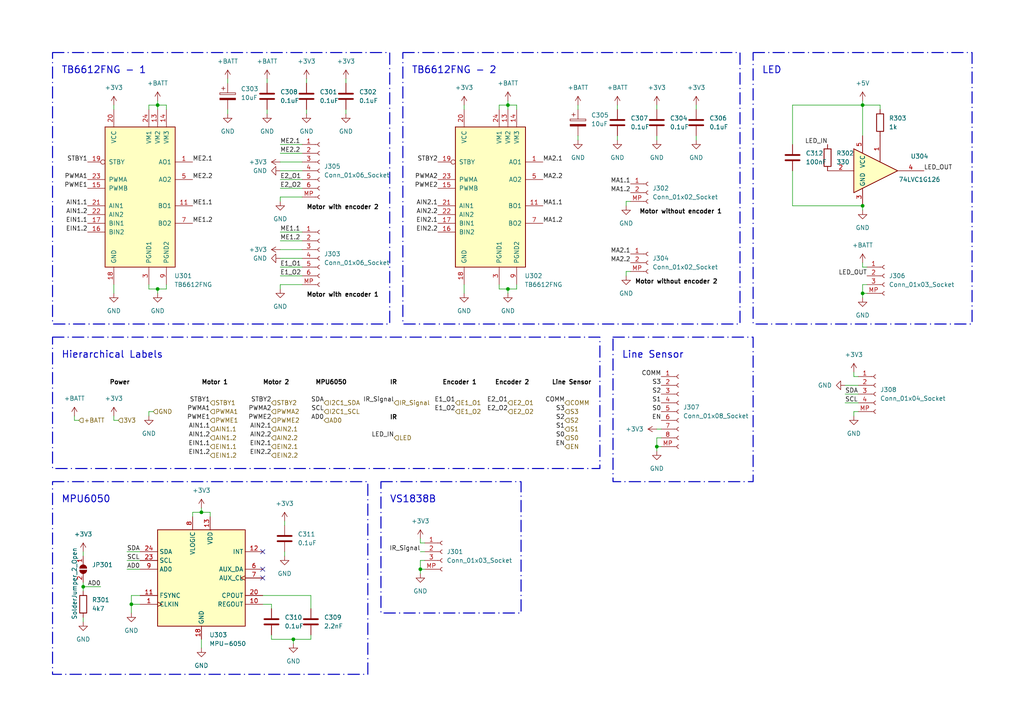
<source format=kicad_sch>
(kicad_sch (version 20230121) (generator eeschema)
  (paper "A4")
  (title_block (title "Peripherals") (date "2024-01-16") (rev "1") (comment 1 "Author: Pedro Henrique Germano Silva"))
  (lib_symbols
    (symbol "74xGxx:74LVC1G126"
      (property "Reference" "U" (at 2.54 7.62 0))
      (property "Value" "74LVC1G126" (at 2.54 -7.62 0))
      (symbol "74LVC1G126_0_1"
        (polyline (pts (xy -7.62 6.35) (xy -7.62 -6.35) (xy 5.08 0) (xy -7.62 6.35)) (stroke (width 0.254)) (fill (type background)))
      )
      (symbol "74LVC1G126_1_1"
        (pin input line (at 0 10.16 270) (length 7.62) (name "~") (number "1"))
        (pin input line (at -15.24 0 0) (length 7.62) (name "~") (number "2"))
        (pin power_in line (at -5.08 -10.16 90) (length 5.08) (name "GND") (number "3"))
        (pin tri_state line (at 12.7 0 180) (length 7.62) (name "~") (number "4"))
        (pin power_in line (at -5.08 10.16 270) (length 5.08) (name "VCC") (number "5"))
      )
    )
    (symbol "Conn_01x03_Socket_1" (pin_names (offset 1.016) hide)
      (property "Reference" "J302" (at 1.27 1.2701 0))
      (property "Value" "Conn_01x02_Socket" (at 1.27 -1.2699 0))
      (symbol "Conn_01x03_Socket_1_1_1"
        (arc (start 0 -2.032) (mid -0.5058 -2.54) (end 0 -3.048) (stroke (width 0.1524)))
        (polyline (pts (xy -1.27 -2.54) (xy -0.508 -2.54)) (stroke (width 0.1524)))
        (polyline (pts (xy -1.27 0) (xy -0.508 0)) (stroke (width 0.1524)))
        (polyline (pts (xy -1.27 2.54) (xy -0.508 2.54)) (stroke (width 0.1524)))
        (arc (start 0 0.508) (mid -0.5058 0) (end 0 -0.508) (stroke (width 0.1524)))
        (arc (start 0 3.048) (mid -0.5058 2.54) (end 0 2.032) (stroke (width 0.1524)))
        (pin passive line (at -5.08 2.54 0) (length 3.81) (name "Pin_1") (number "1"))
        (pin passive line (at -5.08 0 0) (length 3.81) (name "Pin_2") (number "2"))
        (pin passive line (at -5.08 -2.54 0) (length 3.81) (name "Pin_3") (number "MP"))
      )
    )
    (symbol "Conn_01x03_Socket_2" (pin_names (offset 1.016) hide)
      (property "Reference" "J304" (at 1.27 1.2701 0))
      (property "Value" "Conn_01x02_Socket" (at 1.27 -1.2699 0))
      (symbol "Conn_01x03_Socket_2_1_1"
        (arc (start 0 -2.032) (mid -0.5058 -2.54) (end 0 -3.048) (stroke (width 0.1524)))
        (polyline (pts (xy -1.27 -2.54) (xy -0.508 -2.54)) (stroke (width 0.1524)))
        (polyline (pts (xy -1.27 0) (xy -0.508 0)) (stroke (width 0.1524)))
        (polyline (pts (xy -1.27 2.54) (xy -0.508 2.54)) (stroke (width 0.1524)))
        (arc (start 0 0.508) (mid -0.5058 0) (end 0 -0.508) (stroke (width 0.1524)))
        (arc (start 0 3.048) (mid -0.5058 2.54) (end 0 2.032) (stroke (width 0.1524)))
        (pin passive line (at -5.08 2.54 0) (length 3.81) (name "Pin_1") (number "1"))
        (pin passive line (at -5.08 0 0) (length 3.81) (name "Pin_2") (number "2"))
        (pin passive line (at -5.08 -2.54 0) (length 3.81) (name "Pin_3") (number "MP"))
      )
    )
    (symbol "Conn_01x04_Socket_1" (pin_names (offset 1.016) hide)
      (property "Reference" "J306" (at 1.27 0.0001 0))
      (property "Value" "Conn_01x03_Socket" (at 1.27 -2.5399 0))
      (symbol "Conn_01x04_Socket_1_1_1"
        (arc (start 0 -4.572) (mid -0.5058 -5.08) (end 0 -5.588) (stroke (width 0.1524)))
        (arc (start 0 -2.032) (mid -0.5058 -2.54) (end 0 -3.048) (stroke (width 0.1524)))
        (polyline (pts (xy -1.27 -5.08) (xy -0.508 -5.08)) (stroke (width 0.1524)))
        (polyline (pts (xy -1.27 -2.54) (xy -0.508 -2.54)) (stroke (width 0.1524)))
        (polyline (pts (xy -1.27 0) (xy -0.508 0)) (stroke (width 0.1524)))
        (polyline (pts (xy -1.27 2.54) (xy -0.508 2.54)) (stroke (width 0.1524)))
        (arc (start 0 0.508) (mid -0.5058 0) (end 0 -0.508) (stroke (width 0.1524)))
        (arc (start 0 3.048) (mid -0.5058 2.54) (end 0 2.032) (stroke (width 0.1524)))
        (pin passive line (at -5.08 2.54 0) (length 3.81) (name "Pin_1") (number "1"))
        (pin passive line (at -5.08 0 0) (length 3.81) (name "Pin_2") (number "2"))
        (pin passive line (at -5.08 -2.54 0) (length 3.81) (name "Pin_3") (number "3"))
        (pin passive line (at -5.08 -5.08 0) (length 3.81) (name "Pin_4") (number "MP"))
      )
    )
    (symbol "Connector:Conn_01x04_Socket" (pin_names (offset 1.016) hide)
      (property "Reference" "J301" (at 1.27 0.0001 0))
      (property "Value" "Conn_01x03_Socket" (at 1.27 -2.5399 0))
      (symbol "Conn_01x04_Socket_1_1"
        (arc (start 0 -4.572) (mid -0.5058 -5.08) (end 0 -5.588) (stroke (width 0.1524)))
        (arc (start 0 -2.032) (mid -0.5058 -2.54) (end 0 -3.048) (stroke (width 0.1524)))
        (polyline (pts (xy -1.27 -5.08) (xy -0.508 -5.08)) (stroke (width 0.1524)))
        (polyline (pts (xy -1.27 -2.54) (xy -0.508 -2.54)) (stroke (width 0.1524)))
        (polyline (pts (xy -1.27 0) (xy -0.508 0)) (stroke (width 0.1524)))
        (polyline (pts (xy -1.27 2.54) (xy -0.508 2.54)) (stroke (width 0.1524)))
        (arc (start 0 0.508) (mid -0.5058 0) (end 0 -0.508) (stroke (width 0.1524)))
        (arc (start 0 3.048) (mid -0.5058 2.54) (end 0 2.032) (stroke (width 0.1524)))
        (pin passive line (at -5.08 2.54 0) (length 3.81) (name "Pin_1") (number "1"))
        (pin passive line (at -5.08 0 0) (length 3.81) (name "Pin_2") (number "2"))
        (pin passive line (at -5.08 -2.54 0) (length 3.81) (name "Pin_3") (number "3"))
        (pin passive line (at -5.08 -5.08 0) (length 3.81) (name "Pin_4") (number "MP"))
      )
    )
    (symbol "Connector:Conn_01x05_Socket" (pin_names (offset 1.016) hide)
      (property "Reference" "J308" (at 1.27 1.2701 0))
      (property "Value" "Conn_01x05_Socket" (at 1.27 -1.2699 0))
      (symbol "Conn_01x05_Socket_1_1"
        (arc (start 0 -4.572) (mid -0.5058 -5.08) (end 0 -5.588) (stroke (width 0.1524)))
        (arc (start 0 -2.032) (mid -0.5058 -2.54) (end 0 -3.048) (stroke (width 0.1524)))
        (polyline (pts (xy -1.27 -5.08) (xy -0.508 -5.08)) (stroke (width 0.1524)))
        (polyline (pts (xy -1.27 -2.54) (xy -0.508 -2.54)) (stroke (width 0.1524)))
        (polyline (pts (xy -1.27 0) (xy -0.508 0)) (stroke (width 0.1524)))
        (polyline (pts (xy -1.27 2.54) (xy -0.508 2.54)) (stroke (width 0.1524)))
        (polyline (pts (xy -1.27 5.08) (xy -0.508 5.08)) (stroke (width 0.1524)))
        (arc (start 0 0.508) (mid -0.5058 0) (end 0 -0.508) (stroke (width 0.1524)))
        (arc (start 0 3.048) (mid -0.5058 2.54) (end 0 2.032) (stroke (width 0.1524)))
        (arc (start 0 5.588) (mid -0.5058 5.08) (end 0 4.572) (stroke (width 0.1524)))
        (pin passive line (at -5.08 5.08 0) (length 3.81) (name "Pin_1") (number "1"))
        (pin passive line (at -5.08 2.54 0) (length 3.81) (name "Pin_2") (number "2"))
        (pin passive line (at -5.08 0 0) (length 3.81) (name "Pin_3") (number "3"))
        (pin passive line (at -5.08 -2.54 0) (length 3.81) (name "Pin_4") (number "4"))
        (pin passive line (at -5.08 -5.08 0) (length 3.81) (name "Pin_5") (number "MP"))
      )
    )
    (symbol "Connector:Conn_01x07_Socket" (pin_names (offset 1.016) hide)
      (property "Reference" "J303" (at 1.27 1.2701 0))
      (property "Value" "Conn_01x02_Socket" (at 1.27 -1.2699 0))
      (symbol "Conn_01x07_Socket_1_1"
        (arc (start 0 -7.112) (mid -0.5058 -7.62) (end 0 -8.128) (stroke (width 0.1524)))
        (arc (start 0 -4.572) (mid -0.5058 -5.08) (end 0 -5.588) (stroke (width 0.1524)))
        (arc (start 0 -2.032) (mid -0.5058 -2.54) (end 0 -3.048) (stroke (width 0.1524)))
        (polyline (pts (xy -1.27 -7.62) (xy -0.508 -7.62)) (stroke (width 0.1524)))
        (polyline (pts (xy -1.27 -5.08) (xy -0.508 -5.08)) (stroke (width 0.1524)))
        (polyline (pts (xy -1.27 -2.54) (xy -0.508 -2.54)) (stroke (width 0.1524)))
        (polyline (pts (xy -1.27 0) (xy -0.508 0)) (stroke (width 0.1524)))
        (polyline (pts (xy -1.27 2.54) (xy -0.508 2.54)) (stroke (width 0.1524)))
        (polyline (pts (xy -1.27 5.08) (xy -0.508 5.08)) (stroke (width 0.1524)))
        (polyline (pts (xy -1.27 7.62) (xy -0.508 7.62)) (stroke (width 0.1524)))
        (arc (start 0 0.508) (mid -0.5058 0) (end 0 -0.508) (stroke (width 0.1524)))
        (arc (start 0 3.048) (mid -0.5058 2.54) (end 0 2.032) (stroke (width 0.1524)))
        (arc (start 0 5.588) (mid -0.5058 5.08) (end 0 4.572) (stroke (width 0.1524)))
        (arc (start 0 8.128) (mid -0.5058 7.62) (end 0 7.112) (stroke (width 0.1524)))
        (pin passive line (at -5.08 7.62 0) (length 3.81) (name "Pin_1") (number "1"))
        (pin passive line (at -5.08 5.08 0) (length 3.81) (name "Pin_2") (number "2"))
        (pin passive line (at -5.08 2.54 0) (length 3.81) (name "Pin_3") (number "3"))
        (pin passive line (at -5.08 0 0) (length 3.81) (name "Pin_4") (number "4"))
        (pin passive line (at -5.08 -2.54 0) (length 3.81) (name "Pin_5") (number "5"))
        (pin passive line (at -5.08 -5.08 0) (length 3.81) (name "Pin_6") (number "6"))
        (pin passive line (at -5.08 -7.62 0) (length 3.81) (name "Pin_7") (number "MP"))
      )
    )
    (symbol "Connector:Conn_01x09_Socket" (pin_names (offset 1.016) hide)
      (property "Reference" "J307" (at 1.27 1.2701 0))
      (property "Value" "Conn_01x08_Socket" (at 1.27 -1.2699 0))
      (symbol "Conn_01x09_Socket_1_1"
        (arc (start 0 -9.652) (mid -0.5058 -10.16) (end 0 -10.668) (stroke (width 0.1524)))
        (arc (start 0 -7.112) (mid -0.5058 -7.62) (end 0 -8.128) (stroke (width 0.1524)))
        (arc (start 0 -4.572) (mid -0.5058 -5.08) (end 0 -5.588) (stroke (width 0.1524)))
        (arc (start 0 -2.032) (mid -0.5058 -2.54) (end 0 -3.048) (stroke (width 0.1524)))
        (polyline (pts (xy -1.27 -10.16) (xy -0.508 -10.16)) (stroke (width 0.1524)))
        (polyline (pts (xy -1.27 -7.62) (xy -0.508 -7.62)) (stroke (width 0.1524)))
        (polyline (pts (xy -1.27 -5.08) (xy -0.508 -5.08)) (stroke (width 0.1524)))
        (polyline (pts (xy -1.27 -2.54) (xy -0.508 -2.54)) (stroke (width 0.1524)))
        (polyline (pts (xy -1.27 0) (xy -0.508 0)) (stroke (width 0.1524)))
        (polyline (pts (xy -1.27 2.54) (xy -0.508 2.54)) (stroke (width 0.1524)))
        (polyline (pts (xy -1.27 5.08) (xy -0.508 5.08)) (stroke (width 0.1524)))
        (polyline (pts (xy -1.27 7.62) (xy -0.508 7.62)) (stroke (width 0.1524)))
        (polyline (pts (xy -1.27 10.16) (xy -0.508 10.16)) (stroke (width 0.1524)))
        (arc (start 0 0.508) (mid -0.5058 0) (end 0 -0.508) (stroke (width 0.1524)))
        (arc (start 0 3.048) (mid -0.5058 2.54) (end 0 2.032) (stroke (width 0.1524)))
        (arc (start 0 5.588) (mid -0.5058 5.08) (end 0 4.572) (stroke (width 0.1524)))
        (arc (start 0 8.128) (mid -0.5058 7.62) (end 0 7.112) (stroke (width 0.1524)))
        (arc (start 0 10.668) (mid -0.5058 10.16) (end 0 9.652) (stroke (width 0.1524)))
        (pin passive line (at -5.08 10.16 0) (length 3.81) (name "Pin_1") (number "1"))
        (pin passive line (at -5.08 7.62 0) (length 3.81) (name "Pin_2") (number "2"))
        (pin passive line (at -5.08 5.08 0) (length 3.81) (name "Pin_3") (number "3"))
        (pin passive line (at -5.08 2.54 0) (length 3.81) (name "Pin_4") (number "4"))
        (pin passive line (at -5.08 0 0) (length 3.81) (name "Pin_5") (number "5"))
        (pin passive line (at -5.08 -2.54 0) (length 3.81) (name "Pin_6") (number "6"))
        (pin passive line (at -5.08 -5.08 0) (length 3.81) (name "Pin_7") (number "7"))
        (pin passive line (at -5.08 -7.62 0) (length 3.81) (name "Pin_8") (number "8"))
        (pin passive line (at -5.08 -10.16 0) (length 3.81) (name "Pin_9") (number "MP"))
      )
    )
    (symbol "Device:C" (pin_numbers hide) (pin_names (offset 0.254))
      (property "Reference" "C" (at 0.635 2.54 0))
      (property "Value" "C" (at 0.635 -2.54 0))
      (symbol "C_0_1"
        (polyline (pts (xy -2.032 -0.762) (xy 2.032 -0.762)) (stroke (width 0.508)))
        (polyline (pts (xy -2.032 0.762) (xy 2.032 0.762)) (stroke (width 0.508)))
      )
      (symbol "C_1_1"
        (pin passive line (at 0 3.81 270) (length 2.794) (name "~") (number "1"))
        (pin passive line (at 0 -3.81 90) (length 2.794) (name "~") (number "2"))
      )
    )
    (symbol "Device:C_Polarized" (pin_numbers hide) (pin_names (offset 0.254))
      (property "Reference" "C" (at 0.635 2.54 0))
      (property "Value" "C_Polarized" (at 0.635 -2.54 0))
      (symbol "C_Polarized_0_1"
        (rectangle (start -2.286 0.508) (end 2.286 1.016))
        (polyline (pts (xy -1.778 2.286) (xy -0.762 2.286)))
        (polyline (pts (xy -1.27 2.794) (xy -1.27 1.778)))
        (rectangle (start 2.286 -0.508) (end -2.286 -1.016) (fill (type outline)))
      )
      (symbol "C_Polarized_1_1"
        (pin passive line (at 0 3.81 270) (length 2.794) (name "~") (number "1"))
        (pin passive line (at 0 -3.81 90) (length 2.794) (name "~") (number "2"))
      )
    )
    (symbol "Device:R" (pin_numbers hide) (pin_names (offset 0))
      (property "Reference" "R" (at 2.032 0 90))
      (property "Value" "R" (at 0 0 90))
      (symbol "R_0_1"
        (rectangle (start -1.016 -2.54) (end 1.016 2.54) (stroke (width 0.254)))
      )
      (symbol "R_1_1"
        (pin passive line (at 0 3.81 270) (length 1.27) (name "~") (number "1"))
        (pin passive line (at 0 -3.81 90) (length 1.27) (name "~") (number "2"))
      )
    )
    (symbol "Driver_Motor:TB6612FNG" (pin_names (offset 1.016))
      (property "Reference" "U" (at 11.43 17.78 0))
      (property "Value" "TB6612FNG" (at 11.43 15.24 0))
      (symbol "TB6612FNG_0_1"
        (rectangle (start -10.16 20.32) (end 10.16 -20.32) (stroke (width 0.254)) (fill (type background)))
      )
      (symbol "TB6612FNG_1_1"
        (pin output line (at 15.24 10.16 180) (length 5.08) (name "AO1") (number "1"))
        (pin passive line (at 7.62 -25.4 90) (length 5.08) hide (name "PGND2") (number "10"))
        (pin output line (at 15.24 -2.54 180) (length 5.08) (name "BO1") (number "11"))
        (pin passive line (at 15.24 -2.54 180) (length 5.08) hide (name "BO1") (number "12"))
        (pin power_in line (at 5.08 25.4 270) (length 5.08) (name "VM2") (number "13"))
        (pin power_in line (at 7.62 25.4 270) (length 5.08) (name "VM3") (number "14"))
        (pin input line (at -15.24 2.54 0) (length 5.08) (name "PWMB") (number "15"))
        (pin input line (at -15.24 -10.16 0) (length 5.08) (name "BIN2") (number "16"))
        (pin input line (at -15.24 -7.62 0) (length 5.08) (name "BIN1") (number "17"))
        (pin power_in line (at -7.62 -25.4 90) (length 5.08) (name "GND") (number "18"))
        (pin input inverted (at -15.24 10.16 0) (length 5.08) (name "STBY") (number "19"))
        (pin passive line (at 15.24 10.16 180) (length 5.08) hide (name "AO1") (number "2"))
        (pin power_in line (at -7.62 25.4 270) (length 5.08) (name "VCC") (number "20"))
        (pin input line (at -15.24 -2.54 0) (length 5.08) (name "AIN1") (number "21"))
        (pin input line (at -15.24 -5.08 0) (length 5.08) (name "AIN2") (number "22"))
        (pin input line (at -15.24 5.08 0) (length 5.08) (name "PWMA") (number "23"))
        (pin power_in line (at 2.54 25.4 270) (length 5.08) (name "VM1") (number "24"))
        (pin power_in line (at 2.54 -25.4 90) (length 5.08) (name "PGND1") (number "3"))
        (pin passive line (at 2.54 -25.4 90) (length 5.08) hide (name "PGND1") (number "4"))
        (pin output line (at 15.24 5.08 180) (length 5.08) (name "AO2") (number "5"))
        (pin passive line (at 15.24 5.08 180) (length 5.08) hide (name "AO2") (number "6"))
        (pin output line (at 15.24 -7.62 180) (length 5.08) (name "BO2") (number "7"))
        (pin passive line (at 15.24 -7.62 180) (length 5.08) hide (name "BO2") (number "8"))
        (pin power_in line (at 7.62 -25.4 90) (length 5.08) (name "PGND2") (number "9"))
      )
    )
    (symbol "Jumper:SolderJumper_2_Open" (pin_names (offset 0) hide)
      (property "Reference" "JP" (at 0 2.032 0))
      (property "Value" "SolderJumper_2_Open" (at 0 -2.54 0))
      (symbol "SolderJumper_2_Open_0_1"
        (arc (start -0.254 1.016) (mid -1.2656 0) (end -0.254 -1.016))
        (arc (start -0.254 1.016) (mid -1.2656 0) (end -0.254 -1.016) (fill (type outline)))
        (polyline (pts (xy -0.254 1.016) (xy -0.254 -1.016)))
        (polyline (pts (xy 0.254 1.016) (xy 0.254 -1.016)))
        (arc (start 0.254 -1.016) (mid 1.2656 0) (end 0.254 1.016))
        (arc (start 0.254 -1.016) (mid 1.2656 0) (end 0.254 1.016) (fill (type outline)))
      )
      (symbol "SolderJumper_2_Open_1_1"
        (pin passive line (at -3.81 0 0) (length 2.54) (name "A") (number "1"))
        (pin passive line (at 3.81 0 180) (length 2.54) (name "B") (number "2"))
      )
    )
    (symbol "Sensor_Motion:MPU-6050"
      (property "Reference" "U" (at -11.43 13.97 0))
      (property "Value" "MPU-6050" (at 7.62 -15.24 0))
      (symbol "MPU-6050_0_0"
        (text "" (at 12.7 -2.54 0) (effects (font (size 1.27 1.27))))
      )
      (symbol "MPU-6050_0_1"
        (rectangle (start -12.7 13.97) (end 12.7 -13.97) (stroke (width 0.254)) (fill (type background)))
      )
      (symbol "MPU-6050_1_1"
        (pin input clock (at -17.78 -7.62 0) (length 5.08) (name "CLKIN") (number "1"))
        (pin passive line (at 17.78 -7.62 180) (length 5.08) (name "REGOUT") (number "10"))
        (pin input line (at -17.78 -5.08 0) (length 5.08) (name "FSYNC") (number "11"))
        (pin output line (at 17.78 7.62 180) (length 5.08) (name "INT") (number "12"))
        (pin power_in line (at 2.54 17.78 270) (length 3.81) (name "VDD") (number "13"))
        (pin no_connect line (at -12.7 -10.16 0) (length 2.54) hide (name "NC") (number "14"))
        (pin no_connect line (at 12.7 12.7 180) (length 2.54) hide (name "NC") (number "15"))
        (pin no_connect line (at 12.7 10.16 180) (length 2.54) hide (name "NC") (number "16"))
        (pin no_connect line (at 12.7 5.08 180) (length 2.54) hide (name "NC") (number "17"))
        (pin power_in line (at 0 -17.78 90) (length 3.81) (name "GND") (number "18"))
        (pin no_connect line (at 12.7 -10.16 180) (length 2.54) hide (name "RESV") (number "19"))
        (pin no_connect line (at -12.7 12.7 0) (length 2.54) hide (name "NC") (number "2"))
        (pin passive line (at 17.78 -5.08 180) (length 5.08) (name "CPOUT") (number "20"))
        (pin no_connect line (at 12.7 -2.54 180) (length 2.54) hide (name "RESV") (number "21"))
        (pin no_connect line (at 12.7 -12.7 180) (length 2.54) hide (name "RESV") (number "22"))
        (pin input line (at -17.78 5.08 0) (length 5.08) (name "SCL") (number "23"))
        (pin bidirectional line (at -17.78 7.62 0) (length 5.08) (name "SDA") (number "24"))
        (pin no_connect line (at -12.7 10.16 0) (length 2.54) hide (name "NC") (number "3"))
        (pin no_connect line (at -12.7 0 0) (length 2.54) hide (name "NC") (number "4"))
        (pin no_connect line (at -12.7 -2.54 0) (length 2.54) hide (name "NC") (number "5"))
        (pin bidirectional line (at 17.78 2.54 180) (length 5.08) (name "AUX_DA") (number "6"))
        (pin output clock (at 17.78 0 180) (length 5.08) (name "AUX_CL") (number "7"))
        (pin power_in line (at -2.54 17.78 270) (length 3.81) (name "VLOGIC") (number "8"))
        (pin input line (at -17.78 2.54 0) (length 5.08) (name "AD0") (number "9"))
      )
    )
    (symbol "power:+3V3" (power) (pin_names (offset 0))
      (property "Value" "+3V3" (at 0 3.556 0))
      (symbol "+3V3_0_1"
        (polyline (pts (xy -0.762 1.27) (xy 0 2.54)))
        (polyline (pts (xy 0 0) (xy 0 2.54)))
        (polyline (pts (xy 0 2.54) (xy 0.762 1.27)))
      )
      (symbol "+3V3_1_1"
        (pin power_in line (at 0 0 90) (length 0) hide (name "+3V3") (number "1"))
      )
    )
    (symbol "power:+5V" (power) (pin_names (offset 0))
      (property "Value" "+5V" (at 0 3.556 0))
      (symbol "+5V_0_1"
        (polyline (pts (xy -0.762 1.27) (xy 0 2.54)))
        (polyline (pts (xy 0 0) (xy 0 2.54)))
        (polyline (pts (xy 0 2.54) (xy 0.762 1.27)))
      )
      (symbol "+5V_1_1"
        (pin power_in line (at 0 0 90) (length 0) hide (name "+5V") (number "1"))
      )
    )
    (symbol "power:+BATT" (power) (pin_names (offset 0))
      (property "Value" "+BATT" (at 0 3.556 0))
      (symbol "+BATT_0_1"
        (polyline (pts (xy -0.762 1.27) (xy 0 2.54)))
        (polyline (pts (xy 0 0) (xy 0 2.54)))
        (polyline (pts (xy 0 2.54) (xy 0.762 1.27)))
      )
      (symbol "+BATT_1_1"
        (pin power_in line (at 0 0 90) (length 0) hide (name "+BATT") (number "1"))
      )
    )
    (symbol "power:GND" (power) (pin_names (offset 0))
      (property "Value" "GND" (at 0 -3.81 0))
      (symbol "GND_0_1"
        (polyline (pts (xy 0 0) (xy 0 -1.27) (xy 1.27 -1.27) (xy 0 -2.54) (xy -1.27 -1.27) (xy 0 -1.27)))
      )
      (symbol "GND_1_1"
        (pin power_in line (at 0 0 270) (length 0) hide (name "GND") (number "1"))
      )
    )
  )
  (junction (at 147.32 30.48))
  (junction (at 250.19 30.48))
  (junction (at 38.1 175.26))
  (junction (at 45.72 83.82))
  (junction (at 45.72 30.48))
  (junction (at 147.32 83.82))
  (junction (at 58.42 148.59))
  (junction (at 190.5 129.54))
  (junction (at 121.92 165.1))
  (junction (at 250.19 85.09))
  (junction (at 250.19 59.69))
  (junction (at 24.13 170.18))
  (junction (at 85.09 185.42))
  (no_connect (at 76.2 160.02))
  (no_connect (at 76.2 167.64))
  (no_connect (at 76.2 165.1))
  (wire (pts (xy 190.5 124.46) (xy 191.77 124.46)))
  (wire (pts (xy 149.86 82.55) (xy 149.86 83.82)))
  (wire (pts (xy 81.28 54.61) (xy 87.63 54.61)))
  (wire (pts (xy 229.87 59.69) (xy 250.19 59.69)))
  (wire (pts (xy 45.72 30.48) (xy 48.26 30.48)))
  (wire (pts (xy 85.09 185.42) (xy 90.17 185.42)))
  (wire (pts (xy 33.02 82.55) (xy 33.02 85.09)))
  (wire (pts (xy 48.26 83.82) (xy 45.72 83.82)))
  (wire (pts (xy 245.11 111.76) (xy 248.92 111.76)))
  (wire (pts (xy 77.47 31.75) (xy 77.47 33.02)))
  (wire (pts (xy 22.86 121.92) (xy 21.59 121.92)))
  (wire (pts (xy 179.07 39.37) (xy 179.07 40.64)))
  (wire (pts (xy 48.26 30.48) (xy 48.26 31.75)))
  (wire (pts (xy 147.32 29.21) (xy 147.32 30.48)))
  (wire (pts (xy 250.19 77.47) (xy 251.46 77.47)))
  (wire (pts (xy 81.28 72.39) (xy 87.63 72.39)))
  (wire (pts (xy 24.13 160.02) (xy 24.13 161.29)))
  (wire (pts (xy 181.61 78.74) (xy 181.61 80.01)))
  (wire (pts (xy 24.13 170.18) (xy 29.21 170.18)))
  (wire (pts (xy 81.28 67.31) (xy 87.63 67.31)))
  (wire (pts (xy 76.2 172.72) (xy 90.17 172.72)))
  (wire (pts (xy 123.19 157.48) (xy 121.92 157.48)))
  (wire (pts (xy 167.64 39.37) (xy 167.64 40.64)))
  (wire (pts (xy 149.86 30.48) (xy 149.86 31.75)))
  (wire (pts (xy 43.18 30.48) (xy 45.72 30.48)))
  (wire (pts (xy 144.78 82.55) (xy 144.78 83.82)))
  (wire (pts (xy 250.19 30.48) (xy 250.19 39.37)))
  (wire (pts (xy 190.5 39.37) (xy 190.5 40.64)))
  (wire (pts (xy 144.78 83.82) (xy 147.32 83.82)))
  (wire (pts (xy 255.27 30.48) (xy 250.19 30.48)))
  (wire (pts (xy 182.88 78.74) (xy 181.61 78.74)))
  (wire (pts (xy 77.47 22.86) (xy 77.47 24.13)))
  (wire (pts (xy 247.65 109.22) (xy 247.65 107.95)))
  (wire (pts (xy 24.13 168.91) (xy 24.13 170.18)))
  (wire (pts (xy 43.18 31.75) (xy 43.18 30.48)))
  (wire (pts (xy 191.77 127) (xy 190.5 127)))
  (wire (pts (xy 190.5 129.54) (xy 190.5 130.81)))
  (wire (pts (xy 81.28 58.42) (xy 81.28 57.15)))
  (wire (pts (xy 250.19 85.09) (xy 251.46 85.09)))
  (wire (pts (xy 250.19 76.2) (xy 250.19 77.47)))
  (wire (pts (xy 82.55 160.02) (xy 82.55 161.29)))
  (wire (pts (xy 33.02 30.48) (xy 33.02 31.75)))
  (wire (pts (xy 229.87 49.53) (xy 229.87 59.69)))
  (wire (pts (xy 190.5 129.54) (xy 191.77 129.54)))
  (wire (pts (xy 48.26 82.55) (xy 48.26 83.82)))
  (wire (pts (xy 60.96 149.86) (xy 60.96 148.59)))
  (wire (pts (xy 81.28 69.85) (xy 87.63 69.85)))
  (wire (pts (xy 45.72 29.21) (xy 45.72 30.48)))
  (wire (pts (xy 182.88 58.42) (xy 181.61 58.42)))
  (wire (pts (xy 250.19 86.36) (xy 250.19 85.09)))
  (wire (pts (xy 66.04 31.75) (xy 66.04 33.02)))
  (wire (pts (xy 58.42 185.42) (xy 58.42 187.96)))
  (wire (pts (xy 66.04 22.86) (xy 66.04 24.13)))
  (wire (pts (xy 147.32 83.82) (xy 147.32 85.09)))
  (wire (pts (xy 81.28 52.07) (xy 87.63 52.07)))
  (wire (pts (xy 250.19 82.55) (xy 251.46 82.55)))
  (wire (pts (xy 21.59 121.92) (xy 21.59 120.65)))
  (wire (pts (xy 121.92 165.1) (xy 121.92 166.37)))
  (wire (pts (xy 147.32 30.48) (xy 149.86 30.48)))
  (wire (pts (xy 82.55 151.13) (xy 82.55 152.4)))
  (wire (pts (xy 134.62 30.48) (xy 134.62 31.75)))
  (wire (pts (xy 81.28 57.15) (xy 87.63 57.15)))
  (wire (pts (xy 179.07 30.48) (xy 179.07 31.75)))
  (wire (pts (xy 190.5 30.48) (xy 190.5 31.75)))
  (wire (pts (xy 100.33 31.75) (xy 100.33 33.02)))
  (wire (pts (xy 81.28 77.47) (xy 87.63 77.47)))
  (wire (pts (xy 36.83 160.02) (xy 40.64 160.02)))
  (wire (pts (xy 147.32 30.48) (xy 147.32 31.75)))
  (wire (pts (xy 24.13 179.07) (xy 24.13 180.34)))
  (wire (pts (xy 123.19 162.56) (xy 121.92 162.56)))
  (wire (pts (xy 167.64 30.48) (xy 167.64 31.75)))
  (wire (pts (xy 43.18 119.38) (xy 44.45 119.38)))
  (wire (pts (xy 90.17 185.42) (xy 90.17 184.15)))
  (wire (pts (xy 45.72 30.48) (xy 45.72 31.75)))
  (wire (pts (xy 255.27 31.75) (xy 255.27 30.48)))
  (wire (pts (xy 121.92 162.56) (xy 121.92 165.1)))
  (wire (pts (xy 248.92 109.22) (xy 247.65 109.22)))
  (wire (pts (xy 40.64 172.72) (xy 38.1 172.72)))
  (wire (pts (xy 201.93 39.37) (xy 201.93 40.64)))
  (wire (pts (xy 81.28 80.01) (xy 87.63 80.01)))
  (wire (pts (xy 38.1 172.72) (xy 38.1 175.26)))
  (wire (pts (xy 201.93 30.48) (xy 201.93 31.75)))
  (wire (pts (xy 81.28 82.55) (xy 87.63 82.55)))
  (wire (pts (xy 81.28 83.82) (xy 81.28 82.55)))
  (wire (pts (xy 88.9 31.75) (xy 88.9 33.02)))
  (wire (pts (xy 247.65 119.38) (xy 248.92 119.38)))
  (wire (pts (xy 100.33 22.86) (xy 100.33 24.13)))
  (wire (pts (xy 245.11 116.84) (xy 248.92 116.84)))
  (wire (pts (xy 78.74 184.15) (xy 78.74 185.42)))
  (wire (pts (xy 250.19 85.09) (xy 250.19 82.55)))
  (wire (pts (xy 58.42 148.59) (xy 58.42 147.32)))
  (wire (pts (xy 81.28 41.91) (xy 87.63 41.91)))
  (wire (pts (xy 33.02 121.92) (xy 34.29 121.92)))
  (wire (pts (xy 36.83 162.56) (xy 40.64 162.56)))
  (wire (pts (xy 229.87 30.48) (xy 250.19 30.48)))
  (wire (pts (xy 78.74 175.26) (xy 78.74 176.53)))
  (wire (pts (xy 250.19 29.21) (xy 250.19 30.48)))
  (wire (pts (xy 55.88 148.59) (xy 58.42 148.59)))
  (wire (pts (xy 40.64 175.26) (xy 38.1 175.26)))
  (wire (pts (xy 43.18 82.55) (xy 43.18 83.82)))
  (wire (pts (xy 43.18 120.65) (xy 43.18 119.38)))
  (wire (pts (xy 121.92 157.48) (xy 121.92 156.21)))
  (wire (pts (xy 149.86 83.82) (xy 147.32 83.82)))
  (wire (pts (xy 229.87 41.91) (xy 229.87 30.48)))
  (wire (pts (xy 190.5 127) (xy 190.5 129.54)))
  (wire (pts (xy 38.1 175.26) (xy 38.1 177.8)))
  (wire (pts (xy 81.28 74.93) (xy 87.63 74.93)))
  (wire (pts (xy 24.13 170.18) (xy 24.13 171.45)))
  (wire (pts (xy 144.78 31.75) (xy 144.78 30.48)))
  (wire (pts (xy 134.62 82.55) (xy 134.62 85.09)))
  (wire (pts (xy 121.92 160.02) (xy 123.19 160.02)))
  (wire (pts (xy 88.9 22.86) (xy 88.9 24.13)))
  (wire (pts (xy 245.11 114.3) (xy 248.92 114.3)))
  (wire (pts (xy 76.2 175.26) (xy 78.74 175.26)))
  (wire (pts (xy 247.65 120.65) (xy 247.65 119.38)))
  (wire (pts (xy 123.19 165.1) (xy 121.92 165.1)))
  (wire (pts (xy 181.61 58.42) (xy 181.61 59.69)))
  (wire (pts (xy 81.28 44.45) (xy 87.63 44.45)))
  (wire (pts (xy 78.74 185.42) (xy 85.09 185.42)))
  (wire (pts (xy 144.78 30.48) (xy 147.32 30.48)))
  (wire (pts (xy 85.09 185.42) (xy 85.09 186.69)))
  (wire (pts (xy 36.83 165.1) (xy 40.64 165.1)))
  (wire (pts (xy 55.88 149.86) (xy 55.88 148.59)))
  (wire (pts (xy 250.19 60.96) (xy 250.19 59.69)))
  (wire (pts (xy 43.18 83.82) (xy 45.72 83.82)))
  (wire (pts (xy 81.28 49.53) (xy 87.63 49.53)))
  (wire (pts (xy 60.96 148.59) (xy 58.42 148.59)))
  (wire (pts (xy 81.28 46.99) (xy 87.63 46.99)))
  (wire (pts (xy 33.02 120.65) (xy 33.02 121.92)))
  (wire (pts (xy 90.17 172.72) (xy 90.17 176.53)))
  (wire (pts (xy 45.72 83.82) (xy 45.72 85.09)))
  (rectangle (start 218.44 15.24) (end 281.94 93.98) (stroke (width 0.3) (type dash_dot)))
  (rectangle (start 177.8 97.79) (end 218.44 139.7) (stroke (width 0.3) (type dash_dot)))
  (rectangle (start 116.84 15.24) (end 214.63 93.98) (stroke (width 0.3) (type dash_dot)))
  (rectangle (start 15.24 139.7) (end 106.68 195.58) (stroke (width 0.3) (type dash_dot)))
  (rectangle (start 15.24 15.24) (end 113.03 93.98) (stroke (width 0.3) (type dash_dot)))
  (rectangle (start 110.49 139.7) (end 151.13 177.8) (stroke (width 0.3) (type dash_dot)))
  (rectangle (start 15.24 97.79) (end 173.99 135.89) (stroke (width 0.3) (type dash_dot)))
  (text "IR" (at 113.03 111.76 0) (effects (font (size 1.27 1.27) (thickness 0.254) bold) (justify left bottom)))
  (text "MPU6050" (at 17.78 146.05 0) (effects (font (size 2 2) (thickness 0.254) bold) (justify left bottom)))
  (text "Motor without encoder 1" (at 185.42 62.23 0) (effects (font (size 1.27 1.27) (thickness 0.254) bold) (justify left bottom)))
  (text "Line Sensor" (at 180.34 104.14 0) (effects (font (size 2 2) (thickness 0.254) bold) (justify left bottom)))
  (text "IR" (at 113.03 121.92 0) (effects (font (size 1.27 1.27) (thickness 0.254) bold) (justify left bottom)))
  (text "Motor 2" (at 76.2 111.76 0) (effects (font (size 1.27 1.27) (thickness 0.254) bold) (justify left bottom)))
  (text "Hierarchical Labels" (at 17.78 104.14 0) (effects (font (size 2 2) (thickness 0.254) bold) (justify left bottom)))
  (text "Line Sensor" (at 160.02 111.76 0) (effects (font (size 1.27 1.27) (thickness 0.254) bold) (justify left bottom)))
  (text "Motor 1" (at 58.42 111.76 0) (effects (font (size 1.27 1.27) (thickness 0.254) bold) (justify left bottom)))
  (text "Encoder 1" (at 128.27 111.76 0) (effects (font (size 1.27 1.27) (thickness 0.254) bold) (justify left bottom)))
  (text "Motor without encoder 2" (at 184.15 82.55 0) (effects (font (size 1.27 1.27) (thickness 0.254) bold) (justify left bottom)))
  (text "Motor with encoder 2" (at 88.9 60.96 0) (effects (font (size 1.27 1.27) (thickness 0.254) bold) (justify left bottom)))
  (text "TB6612FNG - 2" (at 119.38 21.59 0) (effects (font (size 2 2) (thickness 0.254) bold) (justify left bottom)))
  (text "TB6612FNG - 1" (at 17.78 21.59 0) (effects (font (size 2 2) (thickness 0.254) bold) (justify left bottom)))
  (text "Encoder 2" (at 143.51 111.76 0) (effects (font (size 1.27 1.27) (thickness 0.254) bold) (justify left bottom)))
  (text "Power" (at 31.75 111.76 0) (effects (font (size 1.27 1.27) (thickness 0.254) bold) (justify left bottom)))
  (text "MPU6050" (at 91.44 111.76 0) (effects (font (size 1.27 1.27) (thickness 0.254) bold) (justify left bottom)))
  (text "LED" (at 220.98 21.59 0) (effects (font (size 2 2) (thickness 0.254) bold) (justify left bottom)))
  (text "VS1838B" (at 113.03 146.05 0) (effects (font (size 2 2) (thickness 0.254) bold) (justify left bottom)))
  (text "Motor with encoder 1" (at 88.9 86.36 0) (effects (font (size 1.27 1.27) (thickness 0.254) bold) (justify left bottom)))
  (label "MA1.2" (at 182.88 55.88 180))
  (label "AIN2.1" (at 127 59.69 180))
  (label "S3" (at 163.83 119.38 180))
  (label "SDA" (at 36.83 160.02 0))
  (label "IR_Signal" (at 114.3 116.84 180))
  (label "SCL" (at 93.98 119.38 180))
  (label "SDA" (at 245.11 114.3 0))
  (label "COMM" (at 191.77 109.22 180))
  (label "PWMA2" (at 127 52.07 180))
  (label "COMM" (at 163.83 116.84 180))
  (label "MA2.2" (at 182.88 76.2 180))
  (label "E2_O2" (at 81.28 54.61 0))
  (label "MA2.1" (at 157.48 46.99 0))
  (label "AIN2.2" (at 78.74 127 180))
  (label "E1_O2" (at 81.28 80.01 0))
  (label "PWMA1" (at 60.96 119.38 180))
  (label "SCL" (at 245.11 116.84 0))
  (label "AIN1.2" (at 25.4 62.23 180))
  (label "ME2.1" (at 55.88 46.99 0))
  (label "IR_Signal" (at 121.92 160.02 180))
  (label "EIN2.2" (at 78.74 132.08 180))
  (label "PWME1" (at 60.96 121.92 180))
  (label "ME2.2" (at 55.88 52.07 0))
  (label "PWMA1" (at 25.4 52.07 180))
  (label "STBY1" (at 25.4 46.99 180))
  (label "S2" (at 191.77 114.3 180))
  (label "EN" (at 163.83 129.54 180))
  (label "PWME2" (at 127 54.61 180))
  (label "AD0" (at 36.83 165.1 0))
  (label "LED_IN" (at 240.03 41.91 180))
  (label "ME2.1" (at 81.28 41.91 0))
  (label "PWMA2" (at 78.74 119.38 180))
  (label "STBY1" (at 60.96 116.84 180))
  (label "E2_O1" (at 81.28 52.07 0))
  (label "AIN1.2" (at 60.96 127 180))
  (label "LED_OUT" (at 267.97 49.53 0))
  (label "EIN1.2" (at 60.96 132.08 180))
  (label "E2_O1" (at 147.32 116.84 180))
  (label "E2_O2" (at 147.32 119.38 180))
  (label "LED_IN" (at 114.3 127 180))
  (label "S1" (at 191.77 116.84 180))
  (label "SCL" (at 36.83 162.56 0))
  (label "STBY2" (at 127 46.99 180))
  (label "AIN2.1" (at 78.74 124.46 180))
  (label "AD0" (at 93.98 121.92 180))
  (label "STBY2" (at 78.74 116.84 180))
  (label "E1_O2" (at 132.08 119.38 180))
  (label "SDA" (at 93.98 116.84 180))
  (label "EIN1.1" (at 60.96 129.54 180))
  (label "MA2.1" (at 182.88 73.66 180))
  (label "S0" (at 191.77 119.38 180))
  (label "S3" (at 191.77 111.76 180))
  (label "MA1.2" (at 157.48 64.77 0))
  (label "EN" (at 191.77 121.92 180))
  (label "EIN1.1" (at 25.4 64.77 180))
  (label "MA1.1" (at 157.48 59.69 0))
  (label "ME1.1" (at 81.28 67.31 0))
  (label "EIN2.2" (at 127 67.31 180))
  (label "S0" (at 163.83 127 180))
  (label "E1_O1" (at 132.08 116.84 180))
  (label "EIN1.2" (at 25.4 67.31 180))
  (label "LED_OUT" (at 251.46 80.01 180))
  (label "PWME2" (at 78.74 121.92 180))
  (label "AIN1.1" (at 25.4 59.69 180))
  (label "PWME1" (at 25.4 54.61 180))
  (label "EIN2.1" (at 78.74 129.54 180))
  (label "S2" (at 163.83 121.92 180))
  (label "AIN2.2" (at 127 62.23 180))
  (label "ME2.2" (at 81.28 44.45 0))
  (label "AIN1.1" (at 60.96 124.46 180))
  (label "ME1.2" (at 81.28 69.85 0))
  (label "AD0" (at 29.21 170.18 180))
  (label "MA1.1" (at 182.88 53.34 180))
  (label "MA2.2" (at 157.48 52.07 0))
  (label "S1" (at 163.83 124.46 180))
  (label "EIN2.1" (at 127 64.77 180))
  (label "ME1.1" (at 55.88 59.69 0))
  (label "ME1.2" (at 55.88 64.77 0))
  (label "E1_O1" (at 81.28 77.47 0))
  (hierarchical_label "E2_O1" (shape input) (at 147.32 116.84 0))
  (hierarchical_label "AIN1.2" (shape input) (at 60.96 127 0))
  (hierarchical_label "PWME2" (shape input) (at 78.74 121.92 0))
  (hierarchical_label "EIN1.1" (shape input) (at 60.96 129.54 0))
  (hierarchical_label "I2C1_SDA" (shape input) (at 93.98 116.84 0))
  (hierarchical_label "LED" (shape input) (at 114.3 127 0))
  (hierarchical_label "AIN1.1" (shape input) (at 60.96 124.46 0))
  (hierarchical_label "E2_O2" (shape input) (at 147.32 119.38 0))
  (hierarchical_label "EIN1.2" (shape input) (at 60.96 132.08 0))
  (hierarchical_label "PWMA1" (shape input) (at 60.96 119.38 0))
  (hierarchical_label "PWME1" (shape input) (at 60.96 121.92 0))
  (hierarchical_label "COMM" (shape input) (at 163.83 116.84 0))
  (hierarchical_label "I2C1_SCL" (shape input) (at 93.98 119.38 0))
  (hierarchical_label "GND" (shape input) (at 44.45 119.38 0))
  (hierarchical_label "E1_O2" (shape input) (at 132.08 119.38 0))
  (hierarchical_label "+BATT" (shape input) (at 22.86 121.92 0))
  (hierarchical_label "EIN2.2" (shape input) (at 78.74 132.08 0))
  (hierarchical_label "IR_Signal" (shape input) (at 114.3 116.84 0))
  (hierarchical_label "AIN2.1" (shape input) (at 78.74 124.46 0))
  (hierarchical_label "S2" (shape input) (at 163.83 121.92 0))
  (hierarchical_label "EIN2.1" (shape input) (at 78.74 129.54 0))
  (hierarchical_label "AIN2.2" (shape input) (at 78.74 127 0))
  (hierarchical_label "STBY2" (shape input) (at 78.74 116.84 0))
  (hierarchical_label "AD0" (shape input) (at 93.98 121.92 0))
  (hierarchical_label "3V3" (shape input) (at 34.29 121.92 0))
  (hierarchical_label "S1" (shape input) (at 163.83 124.46 0))
  (hierarchical_label "S0" (shape input) (at 163.83 127 0))
  (hierarchical_label "E1_O1" (shape input) (at 132.08 116.84 0))
  (hierarchical_label "PWMA2" (shape input) (at 78.74 119.38 0))
  (hierarchical_label "STBY1" (shape input) (at 60.96 116.84 0))
  (hierarchical_label "S3" (shape input) (at 163.83 119.38 0))
  (hierarchical_label "EN" (shape input) (at 163.83 129.54 0))
  (symbol (lib_id "power:GND") (at 147.32 85.09 0) (unit 1)
    (property "Reference" "#PWR0316" (effects hide))
    (property "Value" "GND" (at 147.32 90.17 0))
  )
  (symbol (lib_id "Device:R") (at 24.13 175.26 0) (unit 1)
    (property "Reference" "R301" (at 26.67 173.9899 0) (effects (justify left)))
    (property "Value" "4k7" (at 26.67 176.5299 0) (effects (justify left)))
    (property "Footprint" "Resistor_SMD:R_0805_2012Metric" (effects hide))
    (property "LCSC" "C17673" (effects hide))
  )
  (symbol (lib_id "power:GND") (at 167.64 40.64 0) (unit 1)
    (property "Reference" "#PWR0320" (effects hide))
    (property "Value" "GND" (at 167.64 45.72 0))
  )
  (symbol (lib_id "power:GND") (at 179.07 40.64 0) (unit 1)
    (property "Reference" "#PWR0324" (effects hide))
    (property "Value" "GND" (at 179.07 45.72 0))
  )
  (symbol (lib_id "power:+3V3") (at 134.62 30.48 0) (unit 1)
    (property "Reference" "#PWR0313" (effects hide))
    (property "Value" "+3V3" (at 134.62 25.4 0))
  )
  (symbol (lib_id "power:GND") (at 38.1 177.8 0) (unit 1)
    (property "Reference" "#PWR0335" (effects hide))
    (property "Value" "GND" (at 38.1 182.88 0))
  )
  (symbol (lib_id "Sensor_Motion:MPU-6050") (at 58.42 167.64 0) (unit 1)
    (property "Reference" "U303" (at 60.7136 184.15 0) (effects (justify left)))
    (property "Value" "MPU-6050" (at 60.7136 186.69 0) (effects (justify left)))
    (property "Footprint" "Sensor_Motion:InvenSense_QFN-24_4x4mm_P0.5mm" (effects hide))
    (property "Datasheet" "https://invensense.tdk.com/wp-content/uploads/2015/02/MPU-6000-Datasheet1.pdf" (effects hide))
    (property "LCSC" "C24112" (effects hide))
  )
  (symbol (lib_id "74xGxx:74LVC1G126") (at 255.27 49.53 0) (unit 1)
    (property "Reference" "U304" (at 266.7 45.339 0))
    (property "Value" "74LVC1G126" (at 266.7 52.07 0))
    (property "Footprint" "Package_TO_SOT_SMD:SOT-23-5" (effects hide))
    (property "Datasheet" "http://www.ti.com/lit/sg/scyt129e/scyt129e.pdf" (effects hide))
    (property "LCSC" "C7834" (effects hide))
  )
  (symbol (lib_id "power:+3V3") (at 247.65 107.95 0) (unit 1)
    (property "Reference" "#PWR0352" (effects hide))
    (property "Value" "+3V3" (at 247.65 102.87 0))
  )
  (symbol (lib_id "Device:C") (at 201.93 35.56 0) (unit 1)
    (property "Reference" "C306" (at 205.74 34.2899 0) (effects (justify left)))
    (property "Value" "0.1uF" (at 205.74 36.8299 0) (effects (justify left)))
    (property "Footprint" "Capacitor_SMD:C_0805_2012Metric" (effects hide))
    (property "LCSC" "C38141" (effects hide))
  )
  (symbol (lib_id "Device:C") (at 90.17 180.34 0) (unit 1)
    (property "Reference" "C309" (at 93.98 179.0699 0) (effects (justify left)))
    (property "Value" "2.2nF" (at 93.98 181.6099 0) (effects (justify left)))
    (property "Footprint" "Capacitor_SMD:C_0805_2012Metric" (effects hide))
    (property "LCSC" "C36576" (effects hide))
  )
  (symbol (lib_id "power:GND") (at 250.19 60.96 0) (unit 1)
    (property "Reference" "#PWR0351" (effects hide))
    (property "Value" "GND" (at 250.19 66.04 0))
  )
  (symbol (lib_id "power:GND") (at 201.93 40.64 0) (unit 1)
    (property "Reference" "#PWR0322" (effects hide))
    (property "Value" "GND" (at 201.93 45.72 0))
  )
  (symbol (lib_id "Device:C") (at 100.33 27.94 0) (unit 1)
    (property "Reference" "C302" (at 104.14 26.6699 0) (effects (justify left)))
    (property "Value" "0.1uF" (at 104.14 29.2099 0) (effects (justify left)))
    (property "Footprint" "Capacitor_SMD:C_0805_2012Metric" (effects hide))
    (property "LCSC" "C38141" (effects hide))
  )
  (symbol (lib_id "power:GND") (at 190.5 40.64 0) (unit 1)
    (property "Reference" "#PWR0318" (effects hide))
    (property "Value" "GND" (at 190.5 45.72 0))
  )
  (symbol (lib_id "Device:C_Polarized") (at 66.04 27.94 0) (unit 1)
    (property "Reference" "C303" (at 69.85 25.7809 0) (effects (justify left)))
    (property "Value" "10uF" (at 69.85 28.3209 0) (effects (justify left)))
    (property "Footprint" "Capacitor_Tantalum_SMD:CP_EIA-3528-21_Kemet-B" (effects hide))
    (property "LCSC" "C163225" (effects hide))
  )
  (symbol (lib_id "power:GND") (at 250.19 86.36 0) (unit 1)
    (property "Reference" "#PWR0331" (effects hide))
    (property "Value" "GND" (at 250.19 91.44 0))
  )
  (symbol (lib_id "power:GND") (at 245.11 111.76 270) (unit 1)
    (property "Reference" "#PWR0353" (effects hide))
    (property "Value" "GND" (at 241.3 111.7599 90) (effects (justify right)))
  )
  (symbol (lib_id "Connector:Conn_01x07_Socket") (at 92.71 74.93 0) (unit 1)
    (property "Reference" "J303" (at 93.98 73.6599 0) (effects (justify left)))
    (property "Value" "Conn_01x06_Socket" (at 93.98 76.1999 0) (effects (justify left)))
    (property "Footprint" "Connector_JST:JST_PH_S6B-PH-SM4-TB_1x06-1MP_P2.00mm_Horizontal" (effects hide))
    (property "LCSC" "C265405" (effects hide))
  )
  (symbol (lib_id "power:+3V3") (at 24.13 160.02 0) (unit 1)
    (property "Reference" "#PWR0337" (effects hide))
    (property "Value" "+3V3" (at 24.13 154.94 0))
  )
  (symbol (lib_id "power:GND") (at 82.55 161.29 0) (unit 1)
    (property "Reference" "#PWR0339" (effects hide))
    (property "Value" "GND" (at 82.55 166.37 0))
  )
  (symbol (lib_id "power:+BATT") (at 21.59 120.65 0) (unit 1)
    (property "Reference" "#PWR0329" (effects hide))
    (property "Value" "+BATT" (at 21.59 115.57 0))
  )
  (symbol (lib_id "Jumper:SolderJumper_2_Open") (at 24.13 165.1 270) (unit 1)
    (property "Reference" "JP301" (at 26.67 163.8299 90) (effects (justify left)))
    (property "Value" "SolderJumper_2_Open" (at 21.59 158.75 0) (effects (justify left)))
    (property "Footprint" "Jumper:SolderJumper-2_P1.3mm_Open_TrianglePad1.0x1.5mm" (effects hide))
  )
  (symbol (lib_name "Conn_01x04_Socket_1") (lib_id "Connector:Conn_01x04_Socket") (at 256.54 80.01 0) (unit 1)
    (property "Reference" "J306" (at 257.81 80.0099 0) (effects (justify left)))
    (property "Value" "Conn_01x03_Socket" (at 257.81 82.5499 0) (effects (justify left)))
    (property "Footprint" "Connector_JST:JST_PH_B3B-PH-SM4-TB_1x03-1MP_P2.00mm_Vertical" (effects hide))
    (property "LCSC" "C160353" (effects hide))
  )
  (symbol (lib_id "power:+BATT") (at 167.64 30.48 0) (unit 1)
    (property "Reference" "#PWR0319" (effects hide))
    (property "Value" "+BATT" (at 167.64 25.4 0))
  )
  (symbol (lib_id "Device:C_Polarized") (at 167.64 35.56 0) (unit 1)
    (property "Reference" "C305" (at 171.45 33.4009 0) (effects (justify left)))
    (property "Value" "10uF" (at 171.45 35.9409 0) (effects (justify left)))
    (property "Footprint" "Capacitor_Tantalum_SMD:CP_EIA-3528-21_Kemet-B" (effects hide))
    (property "LCSC" "C163225" (effects hide))
  )
  (symbol (lib_id "power:+3V3") (at 190.5 30.48 0) (unit 1)
    (property "Reference" "#PWR0317" (effects hide))
    (property "Value" "+3V3" (at 190.5 25.4 0))
  )
  (symbol (lib_id "Device:C") (at 190.5 35.56 0) (unit 1)
    (property "Reference" "C304" (at 194.31 34.2899 0) (effects (justify left)))
    (property "Value" "0.1uF" (at 194.31 36.8299 0) (effects (justify left)))
    (property "Footprint" "Capacitor_SMD:C_0805_2012Metric" (effects hide))
    (property "LCSC" "C38141" (effects hide))
  )
  (symbol (lib_name "Conn_01x03_Socket_1") (lib_id "Connector:Conn_01x03_Socket") (at 187.96 55.88 0) (unit 1)
    (property "Reference" "J302" (at 189.23 54.6099 0) (effects (justify left)))
    (property "Value" "Conn_01x02_Socket" (at 189.23 57.1499 0) (effects (justify left)))
    (property "Footprint" "Connector_JST:JST_PH_S2B-PH-SM4-TB_1x02-1MP_P2.00mm_Horizontal" (effects hide))
    (property "LCSC" "C295747" (effects hide))
  )
  (symbol (lib_id "power:GND") (at 66.04 33.02 0) (unit 1)
    (property "Reference" "#PWR0312" (effects hide))
    (property "Value" "GND" (at 66.04 38.1 0))
  )
  (symbol (lib_id "power:GND") (at 43.18 120.65 0) (unit 1)
    (property "Reference" "#PWR0328" (effects hide))
    (property "Value" "GND" (at 43.18 125.73 0))
  )
  (symbol (lib_name "Conn_01x03_Socket_2") (lib_id "Connector:Conn_01x03_Socket") (at 187.96 76.2 0) (unit 1)
    (property "Reference" "J304" (at 189.23 74.9299 0) (effects (justify left)))
    (property "Value" "Conn_01x02_Socket" (at 189.23 77.4699 0) (effects (justify left)))
    (property "Footprint" "Connector_JST:JST_PH_S2B-PH-SM4-TB_1x02-1MP_P2.00mm_Horizontal" (effects hide))
    (property "LCSC" "C295747" (effects hide))
  )
  (symbol (lib_id "power:+3V3") (at 33.02 30.48 0) (unit 1)
    (property "Reference" "#PWR0303" (effects hide))
    (property "Value" "+3V3" (at 33.02 25.4 0))
  )
  (symbol (lib_id "Device:R") (at 255.27 35.56 0) (unit 1)
    (property "Reference" "R303" (at 257.81 34.2899 0) (effects (justify left)))
    (property "Value" "1k" (at 257.81 36.8299 0) (effects (justify left)))
    (property "Footprint" "Resistor_SMD:R_0805_2012Metric" (effects hide))
    (property "LCSC" "C17513" (effects hide))
  )
  (symbol (lib_id "power:GND") (at 81.28 49.53 270) (unit 1)
    (property "Reference" "#PWR0347" (effects hide))
    (property "Value" "GND" (at 77.47 49.5299 90) (effects (justify right)))
  )
  (symbol (lib_id "power:GND") (at 58.42 187.96 0) (unit 1)
    (property "Reference" "#PWR0333" (effects hide))
    (property "Value" "GND" (at 58.42 193.04 0))
  )
  (symbol (lib_id "Device:C") (at 82.55 156.21 0) (unit 1)
    (property "Reference" "C311" (at 86.36 154.9399 0) (effects (justify left)))
    (property "Value" "0.1uF" (at 86.36 157.4799 0) (effects (justify left)))
    (property "Footprint" "Capacitor_SMD:C_0805_2012Metric" (effects hide))
    (property "LCSC" "C38141" (effects hide))
  )
  (symbol (lib_id "power:+BATT") (at 179.07 30.48 0) (unit 1)
    (property "Reference" "#PWR0323" (effects hide))
    (property "Value" "+BATT" (at 179.07 25.4 0))
  )
  (symbol (lib_id "power:+BATT") (at 45.72 29.21 0) (unit 1)
    (property "Reference" "#PWR0304" (effects hide))
    (property "Value" "+BATT" (at 45.72 24.13 0))
  )
  (symbol (lib_id "Driver_Motor:TB6612FNG") (at 40.64 57.15 0) (unit 1)
    (property "Reference" "U301" (at 50.5536 80.01 0) (effects (justify left)))
    (property "Value" "TB6612FNG" (at 50.5536 82.55 0) (effects (justify left)))
    (property "Footprint" "Package_SO:SSOP-24_5.3x8.2mm_P0.65mm" (effects hide))
    (property "Datasheet" "https://toshiba.semicon-storage.com/us/product/linear/motordriver/detail.TB6612FNG.html" (effects hide))
    (property "LCSC" "C88224" (effects hide))
  )
  (symbol (lib_id "power:+3V3") (at 82.55 151.13 0) (unit 1)
    (property "Reference" "#PWR0338" (effects hide))
    (property "Value" "+3V3" (at 82.55 146.05 0))
  )
  (symbol (lib_id "power:+3V3") (at 33.02 120.65 0) (unit 1)
    (property "Reference" "#PWR0311" (effects hide))
    (property "Value" "+3V3" (at 33.02 115.57 0))
  )
  (symbol (lib_id "Device:C") (at 78.74 180.34 0) (unit 1)
    (property "Reference" "C310" (at 82.55 179.0699 0) (effects (justify left)))
    (property "Value" "0.1uF" (at 82.55 181.6099 0) (effects (justify left)))
    (property "Footprint" "Capacitor_SMD:C_0805_2012Metric" (effects hide))
    (property "LCSC" "C38141" (effects hide))
  )
  (symbol (lib_id "power:GND") (at 100.33 33.02 0) (unit 1)
    (property "Reference" "#PWR0310" (effects hide))
    (property "Value" "GND" (at 100.33 38.1 0))
  )
  (symbol (lib_id "power:+3V3") (at 88.9 22.86 0) (unit 1)
    (property "Reference" "#PWR0307" (effects hide))
    (property "Value" "+3V3" (at 88.9 17.78 0))
  )
  (symbol (lib_id "Device:R") (at 240.03 45.72 0) (unit 1)
    (property "Reference" "R302" (at 242.57 44.4499 0) (effects (justify left)))
    (property "Value" "330" (at 242.57 46.9899 0) (effects (justify left)))
    (property "Footprint" "Resistor_SMD:R_0805_2012Metric" (effects hide))
    (property "LCSC" "C17630" (effects hide))
  )
  (symbol (lib_id "Connector:Conn_01x05_Socket") (at 254 114.3 0) (unit 1)
    (property "Reference" "J308" (at 255.27 113.0299 0) (effects (justify left)))
    (property "Value" "Conn_01x04_Socket" (at 255.27 115.5699 0) (effects (justify left)))
    (property "Footprint" "Connector_JST:JST_PH_B4B-PH-SM4-TB_1x04-1MP_P2.00mm_Vertical" (effects hide))
    (property "Field4" "C160354" (effects hide))
  )
  (symbol (lib_id "power:+3V3") (at 121.92 156.21 0) (unit 1)
    (property "Reference" "#PWR0301" (effects hide))
    (property "Value" "+3V3" (at 121.92 151.13 0))
  )
  (symbol (lib_id "power:GND") (at 85.09 186.69 0) (unit 1)
    (property "Reference" "#PWR0336" (effects hide))
    (property "Value" "GND" (at 85.09 191.77 0))
  )
  (symbol (lib_id "Connector:Conn_01x07_Socket") (at 92.71 49.53 0) (unit 1)
    (property "Reference" "J305" (at 93.98 48.2599 0) (effects (justify left)))
    (property "Value" "Conn_01x06_Socket" (at 93.98 50.7999 0) (effects (justify left)))
    (property "Footprint" "Connector_JST:JST_PH_S6B-PH-SM4-TB_1x06-1MP_P2.00mm_Horizontal" (effects hide))
    (property "LCSC" "C265405" (effects hide))
  )
  (symbol (lib_id "power:GND") (at 77.47 33.02 0) (unit 1)
    (property "Reference" "#PWR0327" (effects hide))
    (property "Value" "GND" (at 77.47 38.1 0))
  )
  (symbol (lib_id "power:GND") (at 247.65 120.65 0) (unit 1)
    (property "Reference" "#PWR0354" (effects hide))
    (property "Value" "GND" (at 247.65 125.73 0))
  )
  (symbol (lib_id "power:GND") (at 181.61 59.69 0) (unit 1)
    (property "Reference" "#PWR0345" (effects hide))
    (property "Value" "GND" (at 181.61 64.77 0))
  )
  (symbol (lib_id "power:+3V3") (at 58.42 147.32 0) (unit 1)
    (property "Reference" "#PWR0332" (effects hide))
    (property "Value" "+3V3" (at 58.42 142.24 0))
  )
  (symbol (lib_id "power:+3V3") (at 201.93 30.48 0) (unit 1)
    (property "Reference" "#PWR0321" (effects hide))
    (property "Value" "+3V3" (at 201.93 25.4 0))
  )
  (symbol (lib_id "power:+BATT") (at 66.04 22.86 0) (unit 1)
    (property "Reference" "#PWR0325" (effects hide))
    (property "Value" "+BATT" (at 66.04 17.78 0))
  )
  (symbol (lib_id "power:GND") (at 24.13 180.34 0) (unit 1)
    (property "Reference" "#PWR0334" (effects hide))
    (property "Value" "GND" (at 24.13 185.42 0))
  )
  (symbol (lib_id "power:GND") (at 81.28 58.42 0) (unit 1)
    (property "Reference" "#PWR0348" (effects hide))
    (property "Value" "GND" (at 81.28 63.5 0))
  )
  (symbol (lib_id "Connector:Conn_01x09_Socket") (at 196.85 119.38 0) (unit 1)
    (property "Reference" "J307" (at 198.12 118.1099 0) (effects (justify left)))
    (property "Value" "Conn_01x08_Socket" (at 198.12 120.6499 0) (effects (justify left)))
    (property "Footprint" "Connector_JST:JST_PH_B8B-PH-SM4-TB_1x08-1MP_P2.00mm_Vertical" (effects hide))
    (property "LCSC" "C157915" (effects hide))
  )
  (symbol (lib_id "power:+BATT") (at 147.32 29.21 0) (unit 1)
    (property "Reference" "#PWR0315" (effects hide))
    (property "Value" "+BATT" (at 147.32 24.13 0))
  )
  (symbol (lib_id "power:GND") (at 81.28 74.93 270) (unit 1)
    (property "Reference" "#PWR0342" (effects hide))
    (property "Value" "GND" (at 77.47 74.9299 90) (effects (justify right)))
  )
  (symbol (lib_id "Device:C") (at 77.47 27.94 0) (unit 1)
    (property "Reference" "C308" (at 81.28 26.6699 0) (effects (justify left)))
    (property "Value" "0.1uF" (at 81.28 29.2099 0) (effects (justify left)))
    (property "Footprint" "Capacitor_SMD:C_0805_2012Metric" (effects hide))
    (property "LCSC" "C38141" (effects hide))
  )
  (symbol (lib_id "power:+BATT") (at 77.47 22.86 0) (unit 1)
    (property "Reference" "#PWR0326" (effects hide))
    (property "Value" "+BATT" (at 77.47 17.78 0))
  )
  (symbol (lib_id "power:GND") (at 81.28 83.82 0) (unit 1)
    (property "Reference" "#PWR0344" (effects hide))
    (property "Value" "GND" (at 81.28 88.9 0))
  )
  (symbol (lib_id "power:GND") (at 181.61 80.01 0) (unit 1)
    (property "Reference" "#PWR0349" (effects hide))
    (property "Value" "GND" (at 181.61 85.09 0))
  )
  (symbol (lib_id "power:+5V") (at 250.19 29.21 0) (unit 1)
    (property "Reference" "#PWR0350" (effects hide))
    (property "Value" "+5V" (at 250.19 24.13 0))
  )
  (symbol (lib_id "Device:C") (at 88.9 27.94 0) (unit 1)
    (property "Reference" "C301" (at 92.71 26.6699 0) (effects (justify left)))
    (property "Value" "0.1uF" (at 92.71 29.2099 0) (effects (justify left)))
    (property "Footprint" "Capacitor_SMD:C_0805_2012Metric" (effects hide))
    (property "LCSC" "C38141" (effects hide))
  )
  (symbol (lib_id "power:+3V3") (at 100.33 22.86 0) (unit 1)
    (property "Reference" "#PWR0309" (effects hide))
    (property "Value" "+3V3" (at 100.33 17.78 0))
  )
  (symbol (lib_id "power:GND") (at 33.02 85.09 0) (unit 1)
    (property "Reference" "#PWR0305" (effects hide))
    (property "Value" "GND" (at 33.02 90.17 0))
  )
  (symbol (lib_id "power:+3V3") (at 190.5 124.46 90) (unit 1)
    (property "Reference" "#PWR0341" (effects hide))
    (property "Value" "+3V3" (at 186.69 124.4599 90) (effects (justify left)))
  )
  (symbol (lib_id "power:GND") (at 134.62 85.09 0) (unit 1)
    (property "Reference" "#PWR0314" (effects hide))
    (property "Value" "GND" (at 134.62 90.17 0))
  )
  (symbol (lib_id "power:GND") (at 190.5 130.81 0) (unit 1)
    (property "Reference" "#PWR0340" (effects hide))
    (property "Value" "GND" (at 190.5 135.89 0))
  )
  (symbol (lib_id "power:GND") (at 88.9 33.02 0) (unit 1)
    (property "Reference" "#PWR0308" (effects hide))
    (property "Value" "GND" (at 88.9 38.1 0))
  )
  (symbol (lib_id "Driver_Motor:TB6612FNG") (at 142.24 57.15 0) (unit 1)
    (property "Reference" "U302" (at 152.1536 80.01 0) (effects (justify left)))
    (property "Value" "TB6612FNG" (at 152.1536 82.55 0) (effects (justify left)))
    (property "Footprint" "Package_SO:SSOP-24_5.3x8.2mm_P0.65mm" (effects hide))
    (property "Datasheet" "https://toshiba.semicon-storage.com/us/product/linear/motordriver/detail.TB6612FNG.html" (effects hide))
    (property "LCSC" "C88224" (effects hide))
  )
  (symbol (lib_id "power:GND") (at 45.72 85.09 0) (unit 1)
    (property "Reference" "#PWR0306" (effects hide))
    (property "Value" "GND" (at 45.72 90.17 0))
  )
  (symbol (lib_id "power:+BATT") (at 250.19 76.2 0) (unit 1)
    (property "Reference" "#PWR0330" (effects hide))
    (property "Value" "+BATT" (at 250.19 71.12 0))
  )
  (symbol (lib_id "power:GND") (at 121.92 166.37 0) (unit 1)
    (property "Reference" "#PWR0302" (effects hide))
    (property "Value" "GND" (at 121.92 171.45 0))
  )
  (symbol (lib_id "Device:C") (at 229.87 45.72 0) (unit 1)
    (property "Reference" "C312" (at 233.68 44.4499 0) (effects (justify left)))
    (property "Value" "100nF" (at 233.68 46.9899 0) (effects (justify left)))
    (property "Footprint" "Capacitor_SMD:C_0805_2012Metric" (effects hide))
    (property "LCSC" "C38141" (effects hide))
  )
  (symbol (lib_id "power:+3V3") (at 81.28 46.99 90) (unit 1)
    (property "Reference" "#PWR0346" (effects hide))
    (property "Value" "+3V3" (at 77.47 46.9899 90) (effects (justify left)))
  )
  (symbol (lib_id "Connector:Conn_01x04_Socket") (at 128.27 160.02 0) (unit 1)
    (property "Reference" "J301" (at 129.54 160.0199 0) (effects (justify left)))
    (property "Value" "Conn_01x03_Socket" (at 129.54 162.5599 0) (effects (justify left)))
    (property "Footprint" "Connector_JST:JST_PH_B3B-PH-SM4-TB_1x03-1MP_P2.00mm_Vertical" (effects hide))
    (property "LCSC" "C160353" (effects hide))
  )
  (symbol (lib_id "power:+3V3") (at 81.28 72.39 90) (unit 1)
    (property "Reference" "#PWR0343" (effects hide))
    (property "Value" "+3V3" (at 77.47 72.3899 90) (effects (justify left)))
  )
  (symbol (lib_id "Device:C") (at 179.07 35.56 0) (unit 1)
    (property "Reference" "C307" (at 182.88 34.2899 0) (effects (justify left)))
    (property "Value" "0.1uF" (at 182.88 36.8299 0) (effects (justify left)))
    (property "Footprint" "Capacitor_SMD:C_0805_2012Metric" (effects hide))
    (property "LCSC" "C38141" (effects hide))
  )
)
</source>
